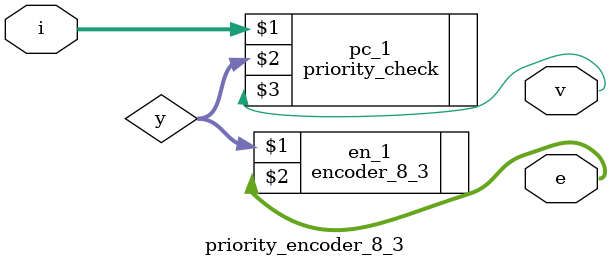
<source format=v>
`timescale 1ns / 1ps


module priority_encoder_8_3(
    input [7:0] i,
    output [2:0] e,
    output v
    );
    wire [7:0]y;
    priority_check pc_1(i,y,v);
    encoder_8_3    en_1(y,e);
endmodule

</source>
